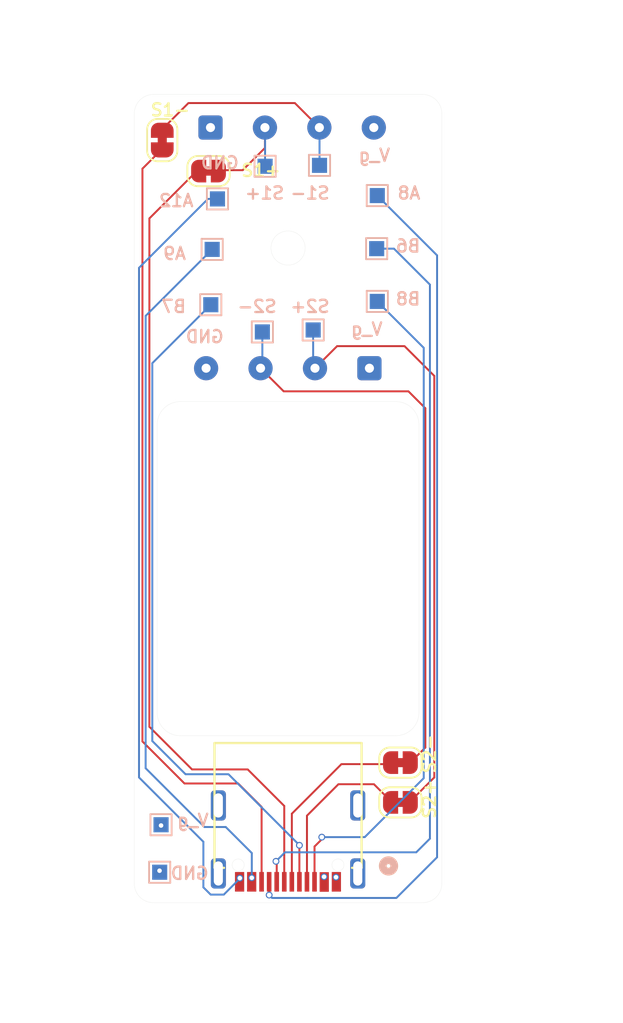
<source format=kicad_pcb>
(kicad_pcb (version 20240108) (generator "pcbnew") (generator_version "8.0")
  (title_block (rev "1"))
  (layers (0 "F.Cu" signal "Front") (1 "In1.Cu" signal) (2 "In2.Cu" signal) (31 "B.Cu" signal "Back") (34 "B.Paste" user) (35 "F.Paste" user) (36 "B.SilkS" user "B.Silkscreen") (37 "F.SilkS" user "F.Silkscreen") (38 "B.Mask" user) (39 "F.Mask" user) (44 "Edge.Cuts" user))
  (net 0 "")
  (net 1 "GNDA")
  (net 2 "S2+")
  (net 3 "S1+")
  (net 4 "Gage Excitation")
  (net 5 "S2-")
  (net 6 "S1-")
  (net 7 "Net-(J1-PadA12)")
  (net 8 "Net-(J1-PadB7)")
  (net 9 "Net-(J1-PadB8)")
  (net 10 "Net-(J1-PadB6)")
  (net 11 "Net-(J1-PadA8)")
  (net 12 "Net-(J1-PadA9)")
  (net 13 "Net-(JP1-A)")
  (net 14 "Net-(JP4-A)")
  (net 15 "Net-(JP2-A)")
  (net 16 "Net-(JP3-A)")
  (footprint "Connector_Wire:SolderWire-0.1sqmm_1x04_P3.6mm_D0.4mm_OD1mm" (layer "F.Cu") (at 5.04 2.19)
    (property "Reference" "J2" (hide yes))
    (property "Value" "Conn_01x04")
    (pad "1" thru_hole roundrect (at 0 0) (size 1.6 1.6) (drill 0.6) (layers "*.Cu" "*.Mask") (roundrect_rratio 0.15625) (net 4 "Gage Excitation"))
    (pad "2" thru_hole circle (at 3.6 0) (size 1.6 1.6) (drill 0.6) (layers "*.Cu" "*.Mask") (net 3 "S1+"))
    (pad "3" thru_hole circle (at 7.2 0) (size 1.6 1.6) (drill 0.6) (layers "*.Cu" "*.Mask") (net 6 "S1-"))
    (pad "4" thru_hole circle (at 10.8 0) (size 1.6 1.6) (drill 0.6) (layers "*.Cu" "*.Mask") (net 1 "GNDA"))
  )
  (footprint "Connector_Wire:SolderWire-0.1sqmm_1x04_P3.6mm_D0.4mm_OD1mm" (layer "F.Cu") (at 15.55 18.11 180)
    (property "Reference" "J3" (hide yes))
    (property "Value" "Conn_01x04")
    (pad "1" thru_hole roundrect (at 0 0 180) (size 1.6 1.6) (drill 0.6) (layers "*.Cu" "*.Mask") (roundrect_rratio 0.15625) (net 4 "Gage Excitation"))
    (pad "2" thru_hole circle (at 3.6 0 180) (size 1.6 1.6) (drill 0.6) (layers "*.Cu" "*.Mask") (net 2 "S2+"))
    (pad "3" thru_hole circle (at 7.2 0 180) (size 1.6 1.6) (drill 0.6) (layers "*.Cu" "*.Mask") (net 5 "S2-"))
    (pad "4" thru_hole circle (at 10.8 0 180) (size 1.6 1.6) (drill 0.6) (layers "*.Cu" "*.Mask") (net 1 "GNDA"))
  )
  (footprint "21xt_footprints:tall usb female" (layer "F.Cu") (at 10.168869 47.033 180)
    (property "Reference" "J1" (hide yes))
    (property "Value" "tall_usb_female")
    (fp_poly (pts (xy 2.9004 -5.6982) (xy 2.9004 -4.4028) (xy 3.51 -4.4028) (xy 3.51 -5.6982)) (fill solid) (layer "F.Cu"))
    (fp_poly (pts (xy 2.1004 -4.4028) (xy 2.71 -4.4028) (xy 2.71 -5.6982) (xy 2.1004 -5.6982)) (fill solid) (layer "F.Cu"))
    (fp_poly (pts (xy -2.697767 -5.71) (xy -2.697767 -4.4146) (xy -2.088167 -4.4146) (xy -2.088167 -5.71)) (fill solid) (layer "F.Cu"))
    (fp_poly (pts (xy -3.4996 -5.6982) (xy -3.4996 -4.4028) (xy -2.89 -4.4028) (xy -2.89 -5.6982)) (fill solid) (layer "F.Cu"))
    (fp_circle (center -6.6421 -4.0005) (end -6.2611 -4.0005) (stroke (width 0.508)) (fill none) (layer "B.SilkS"))
    (fp_line (start 4.8641 4.1275) (end 4.8641 -4.1275) (stroke (width 0.1524)) (layer "F.SilkS"))
    (fp_line (start 4.8641 -4.1275) (end 4.236085 -4.1275) (stroke (width 0.1524)) (layer "F.SilkS"))
    (fp_line (start -4.236085 -4.1275) (end -4.8641 -4.1275) (stroke (width 0.1524)) (layer "F.SilkS"))
    (fp_line (start -4.8641 4.1275) (end 4.8641 4.1275) (stroke (width 0.1524)) (layer "F.SilkS"))
    (fp_line (start -4.8641 -4.1275) (end -4.8641 4.1275) (stroke (width 0.1524)) (layer "F.SilkS"))
    (fp_circle (center -6.6421 -4.0005) (end -6.2611 -4.0005) (stroke (width 0.508)) (fill none) (layer "F.SilkS"))
    (fp_circle (center 3.3 -3.94) (end 3.7 -3.94) (stroke (width 0.01)) (fill none) (layer "Edge.Cuts"))
    (fp_circle (center -3.3 -3.94) (end -2.9 -3.94) (stroke (width 0.01)) (fill none) (layer "Edge.Cuts"))
    (pad "A1" smd rect (at -3.43 -5.63 180) (size 0.127 0.127) (layers "F.Cu" "F.Paste" "F.Mask") (net 1 "GNDA"))
    (pad "A4" smd rect (at -2.63 -5.64 180) (size 0.127 0.127) (layers "F.Cu" "F.Paste" "F.Mask") (net 4 "Gage Excitation"))
    (pad "A5" smd rect (at -1.250315 -5.0505 180) (size 0.3048 1.2954) (layers "F.Cu" "F.Paste" "F.Mask") (net 16 "Net-(JP3-A)") (clearance 0.05))
    (pad "A6" smd rect (at -0.250063 -5.0505 180) (size 0.3048 1.2954) (layers "F.Cu" "F.Paste" "F.Mask") (net 14 "Net-(JP4-A)") (clearance 0.05))
    (pad "A7" smd rect (at 0.250063 -5.0505 180) (size 0.3048 1.2954) (layers "F.Cu" "F.Paste" "F.Mask") (net 13 "Net-(JP1-A)") (clearance 0.05))
    (pad "A8" smd rect (at 1.250315 -5.0505 180) (size 0.3048 1.2954) (layers "F.Cu" "F.Paste" "F.Mask") (net 11 "Net-(J1-PadA8)") (clearance 0.05))
    (pad "A9" smd rect (at 2.64 -5.61 180) (size 0.127 0.127) (layers "F.Cu" "F.Paste" "F.Mask") (net 12 "Net-(J1-PadA9)"))
    (pad "A12" smd rect (at 3.43 -5.62 180) (size 0.127 0.127) (layers "F.Cu" "F.Paste" "F.Mask") (net 7 "Net-(J1-PadA12)"))
    (pad "B1" smd rect (at 2.97 -5.62 180) (size 0.127 0.127) (layers "F.Cu" "F.Paste" "F.Mask") (net 7 "Net-(J1-PadA12)"))
    (pad "B4" smd rect (at 2.17 -5.63 180) (size 0.127 0.127) (layers "F.Cu" "F.Paste" "F.Mask") (net 12 "Net-(J1-PadA9)"))
    (pad "B5" smd rect (at 1.750441 -5.0505 180) (size 0.3048 1.2954) (layers "F.Cu" "F.Paste" "F.Mask") (net 15 "Net-(JP2-A)") (clearance 0.05))
    (pad "B6" smd rect (at 0.750189 -5.0505 180) (size 0.3048 1.2954) (layers "F.Cu" "F.Paste" "F.Mask") (net 10 "Net-(J1-PadB6)") (clearance 0.05))
    (pad "B7" smd rect (at -0.750189 -5.0505 180) (size 0.3048 1.2954) (layers "F.Cu" "F.Paste" "F.Mask") (net 8 "Net-(J1-PadB7)") (clearance 0.05))
    (pad "B8" smd rect (at -1.750441 -5.0505 180) (size 0.3048 1.2954) (layers "F.Cu" "F.Paste" "F.Mask") (net 9 "Net-(J1-PadB8)") (clearance 0.05))
    (pad "B9" smd rect (at -2.16 -5.64 180) (size 0.127 0.127) (layers "F.Cu" "F.Paste" "F.Mask") (net 4 "Gage Excitation"))
    (pad "B12" smd rect (at -2.96 -5.63 180) (size 0.127 0.127) (layers "F.Cu" "F.Paste" "F.Mask") (net 1 "GNDA"))
    (pad "GND" thru_hole roundrect (at -4.61 -4.5 180) (size 1 2) (drill oval 0.6 1.6) (layers "*.Cu" "*.Mask") (net 1 "GNDA"))
    (pad "GND" thru_hole roundrect (at -4.61 0 180) (size 1 2) (drill oval 0.6 1.6) (layers "*.Cu" "*.Mask") (net 1 "GNDA"))
    (pad "GND" thru_hole roundrect (at 4.61 -4.5 180) (size 1 2) (drill oval 0.6 1.6) (layers "*.Cu" "*.Mask") (net 1 "GNDA"))
    (pad "GND" thru_hole roundrect (at 4.61 0 180) (size 1 2) (drill oval 0.6 1.6) (layers "*.Cu" "*.Mask") (net 1 "GNDA"))
  )
  (footprint "Jumper:SolderJumper-2_P1.3mm_Bridged_RoundedPad1.0x1.5mm" (layer "F.Cu") (at 1.85 3.02 90)
    (property "Reference" "JP2" (hide yes))
    (property "Value" "SolderJumper_2_Bridged")
    (fp_poly (pts (xy 0.25 -0.3) (xy -0.25 -0.3) (xy -0.25 0.3) (xy 0.25 0.3)) (fill solid) (layer "F.Cu"))
    (fp_line (start -0.7 -1) (end 0.7 -1) (stroke (width 0.12)) (layer "F.SilkS"))
    (fp_line (start 1.4 -0.3) (end 1.4 0.3) (stroke (width 0.12)) (layer "F.SilkS"))
    (fp_line (start -1.4 0.3) (end -1.4 -0.3) (stroke (width 0.12)) (layer "F.SilkS"))
    (fp_line (start 0.7 1) (end -0.7 1) (stroke (width 0.12)) (layer "F.SilkS"))
    (fp_arc (start 0.7 -1) (mid 1.194975 -0.794975) (end 1.4 -0.3) (stroke (width 0.12)) (layer "F.SilkS"))
    (fp_arc (start -1.4 -0.3) (mid -1.194975 -0.794975) (end -0.7 -1) (stroke (width 0.12)) (layer "F.SilkS"))
    (fp_arc (start 1.4 0.3) (mid 1.194975 0.794975) (end 0.7 1) (stroke (width 0.12)) (layer "F.SilkS"))
    (fp_arc (start -0.7 1) (mid -1.194975 0.794975) (end -1.4 0.3) (stroke (width 0.12)) (layer "F.SilkS"))
    (pad "1" smd custom (at -0.65 0 90) (size 1 0.5) (layers "F.Cu" "F.Mask") (net 15 "Net-(JP2-A)") (options (clearance outline) (anchor rect)) (primitives (gr_circle (center 0 0.25) (end 0.5 0.25) (width 0) (fill yes)) (gr_circle (center 0 -0.25) (end 0.5 -0.25) (width 0) (fill yes)) (gr_poly (pts (xy 0.5 0.75) (xy 0 0.75) (xy 0 -0.75) (xy 0.5 -0.75)) (width 0) (fill yes))))
    (pad "2" smd custom (at 0.65 0 90) (size 1 0.5) (layers "F.Cu" "F.Mask") (net 6 "S1-") (options (clearance outline) (anchor rect)) (primitives (gr_circle (center 0 0.25) (end 0.5 0.25) (width 0) (fill yes)) (gr_circle (center 0 -0.25) (end 0.5 -0.25) (width 0) (fill yes)) (gr_poly (pts (xy 0 0.75) (xy -0.5 0.75) (xy -0.5 -0.75) (xy 0 -0.75)) (width 0) (fill yes))))
  )
  (footprint "Jumper:SolderJumper-2_P1.3mm_Bridged_RoundedPad1.0x1.5mm" (layer "F.Cu") (at 4.91 5.07)
    (property "Reference" "JP1" (hide yes))
    (property "Value" "SolderJumper_2_Bridged")
    (fp_poly (pts (xy 0.25 -0.3) (xy -0.25 -0.3) (xy -0.25 0.3) (xy 0.25 0.3)) (fill solid) (layer "F.Cu"))
    (fp_line (start -1.4 0.3) (end -1.4 -0.3) (stroke (width 0.12)) (layer "F.SilkS"))
    (fp_line (start -0.7 -1) (end 0.7 -1) (stroke (width 0.12)) (layer "F.SilkS"))
    (fp_line (start 0.7 1) (end -0.7 1) (stroke (width 0.12)) (layer "F.SilkS"))
    (fp_line (start 1.4 -0.3) (end 1.4 0.3) (stroke (width 0.12)) (layer "F.SilkS"))
    (fp_arc (start -1.4 -0.3) (mid -1.194975 -0.794975) (end -0.7 -1) (stroke (width 0.12)) (layer "F.SilkS"))
    (fp_arc (start -0.7 1) (mid -1.194975 0.794975) (end -1.4 0.3) (stroke (width 0.12)) (layer "F.SilkS"))
    (fp_arc (start 0.7 -1) (mid 1.194975 -0.794975) (end 1.4 -0.3) (stroke (width 0.12)) (layer "F.SilkS"))
    (fp_arc (start 1.4 0.3) (mid 1.194975 0.794975) (end 0.7 1) (stroke (width 0.12)) (layer "F.SilkS"))
    (pad "1" smd custom (at -0.65 0) (size 1 0.5) (layers "F.Cu" "F.Mask") (net 13 "Net-(JP1-A)") (options (clearance outline) (anchor rect)) (primitives (gr_circle (center 0 0.25) (end 0.5 0.25) (width 0) (fill yes)) (gr_circle (center 0 -0.25) (end 0.5 -0.25) (width 0) (fill yes)) (gr_poly (pts (xy 0.5 0.75) (xy 0 0.75) (xy 0 -0.75) (xy 0.5 -0.75)) (width 0) (fill yes))))
    (pad "2" smd custom (at 0.65 0) (size 1 0.5) (layers "F.Cu" "F.Mask") (net 3 "S1+") (options (clearance outline) (anchor rect)) (primitives (gr_circle (center 0 0.25) (end 0.5 0.25) (width 0) (fill yes)) (gr_circle (center 0 -0.25) (end 0.5 -0.25) (width 0) (fill yes)) (gr_poly (pts (xy 0 0.75) (xy -0.5 0.75) (xy -0.5 -0.75) (xy 0 -0.75)) (width 0) (fill yes))))
  )
  (footprint "Jumper:SolderJumper-2_P1.3mm_Bridged_RoundedPad1.0x1.5mm" (layer "F.Cu") (at 17.6 44.2)
    (property "Reference" "JP4" (hide yes))
    (property "Value" "SolderJumper_2_Bridged")
    (fp_poly (pts (xy 0.25 -0.3) (xy -0.25 -0.3) (xy -0.25 0.3) (xy 0.25 0.3)) (fill solid) (layer "F.Cu"))
    (fp_line (start -1.4 0.3) (end -1.4 -0.3) (stroke (width 0.12)) (layer "F.SilkS"))
    (fp_line (start -0.7 -1) (end 0.7 -1) (stroke (width 0.12)) (layer "F.SilkS"))
    (fp_line (start 0.7 1) (end -0.7 1) (stroke (width 0.12)) (layer "F.SilkS"))
    (fp_line (start 1.4 -0.3) (end 1.4 0.3) (stroke (width 0.12)) (layer "F.SilkS"))
    (fp_arc (start -1.4 -0.3) (mid -1.194975 -0.794975) (end -0.7 -1) (stroke (width 0.12)) (layer "F.SilkS"))
    (fp_arc (start -0.7 1) (mid -1.194975 0.794975) (end -1.4 0.3) (stroke (width 0.12)) (layer "F.SilkS"))
    (fp_arc (start 0.7 -1) (mid 1.194975 -0.794975) (end 1.4 -0.3) (stroke (width 0.12)) (layer "F.SilkS"))
    (fp_arc (start 1.4 0.3) (mid 1.194975 0.794975) (end 0.7 1) (stroke (width 0.12)) (layer "F.SilkS"))
    (pad "1" smd custom (at -0.65 0) (size 1 0.5) (layers "F.Cu" "F.Mask") (net 14 "Net-(JP4-A)") (options (clearance outline) (anchor rect)) (primitives (gr_circle (center 0 0.25) (end 0.5 0.25) (width 0) (fill yes)) (gr_circle (center 0 -0.25) (end 0.5 -0.25) (width 0) (fill yes)) (gr_poly (pts (xy 0.5 0.75) (xy 0 0.75) (xy 0 -0.75) (xy 0.5 -0.75)) (width 0) (fill yes))))
    (pad "2" smd custom (at 0.65 0) (size 1 0.5) (layers "F.Cu" "F.Mask") (net 5 "S2-") (options (clearance outline) (anchor rect)) (primitives (gr_circle (center 0 0.25) (end 0.5 0.25) (width 0) (fill yes)) (gr_circle (center 0 -0.25) (end 0.5 -0.25) (width 0) (fill yes)) (gr_poly (pts (xy 0 0.75) (xy -0.5 0.75) (xy -0.5 -0.75) (xy 0 -0.75)) (width 0) (fill yes))))
  )
  (footprint "Jumper:SolderJumper-2_P1.3mm_Bridged_RoundedPad1.0x1.5mm" (layer "F.Cu") (at 17.6 46.83)
    (property "Reference" "JP3" (hide yes))
    (property "Value" "SolderJumper_2_Bridged")
    (fp_poly (pts (xy 0.25 -0.3) (xy -0.25 -0.3) (xy -0.25 0.3) (xy 0.25 0.3)) (fill solid) (layer "F.Cu"))
    (fp_line (start -1.4 0.3) (end -1.4 -0.3) (stroke (width 0.12)) (layer "F.SilkS"))
    (fp_line (start -0.7 -1) (end 0.7 -1) (stroke (width 0.12)) (layer "F.SilkS"))
    (fp_line (start 0.7 1) (end -0.7 1) (stroke (width 0.12)) (layer "F.SilkS"))
    (fp_line (start 1.4 -0.3) (end 1.4 0.3) (stroke (width 0.12)) (layer "F.SilkS"))
    (fp_arc (start -1.4 -0.3) (mid -1.194975 -0.794975) (end -0.7 -1) (stroke (width 0.12)) (layer "F.SilkS"))
    (fp_arc (start -0.7 1) (mid -1.194975 0.794975) (end -1.4 0.3) (stroke (width 0.12)) (layer "F.SilkS"))
    (fp_arc (start 0.7 -1) (mid 1.194975 -0.794975) (end 1.4 -0.3) (stroke (width 0.12)) (layer "F.SilkS"))
    (fp_arc (start 1.4 0.3) (mid 1.194975 0.794975) (end 0.7 1) (stroke (width 0.12)) (layer "F.SilkS"))
    (pad "1" smd custom (at -0.65 0) (size 1 0.5) (layers "F.Cu" "F.Mask") (net 16 "Net-(JP3-A)") (options (clearance outline) (anchor rect)) (primitives (gr_circle (center 0 0.25) (end 0.5 0.25) (width 0) (fill yes)) (gr_circle (center 0 -0.25) (end 0.5 -0.25) (width 0) (fill yes)) (gr_poly (pts (xy 0.5 0.75) (xy 0 0.75) (xy 0 -0.75) (xy 0.5 -0.75)) (width 0) (fill yes))))
    (pad "2" smd custom (at 0.65 0) (size 1 0.5) (layers "F.Cu" "F.Mask") (net 2 "S2+") (options (clearance outline) (anchor rect)) (primitives (gr_circle (center 0 0.25) (end 0.5 0.25) (width 0) (fill yes)) (gr_circle (center 0 -0.25) (end 0.5 -0.25) (width 0) (fill yes)) (gr_poly (pts (xy 0 0.75) (xy -0.5 0.75) (xy -0.5 -0.75) (xy 0 -0.75)) (width 0) (fill yes))))
  )
  (footprint "TestPoint:TestPoint_Pad_1.0x1.0mm" (layer "B.Cu") (at 5.15 10.25 180)
    (property "Reference" "TP11" (hide yes))
    (property "Value" "TestPoint")
    (fp_line (start 0.7 0.7) (end -0.7 0.7) (stroke (width 0.12)) (layer "B.SilkS"))
    (fp_line (start 0.7 -0.7) (end 0.7 0.7) (stroke (width 0.12)) (layer "B.SilkS"))
    (fp_line (start -0.7 0.7) (end -0.7 -0.7) (stroke (width 0.12)) (layer "B.SilkS"))
    (fp_line (start -0.7 -0.7) (end 0.7 -0.7) (stroke (width 0.12)) (layer "B.SilkS"))
    (pad "1" smd rect (at 0 0 180) (size 1 1) (layers "B.Cu" "B.Mask") (net 12 "Net-(J1-PadA9)"))
  )
  (footprint "TestPoint:TestPoint_Pad_1.0x1.0mm" (layer "B.Cu") (at 1.68 51.45 180)
    (property "Reference" "TP1" (hide yes))
    (property "Value" "TestPoint")
    (fp_line (start 0.7 0.7) (end -0.7 0.7) (stroke (width 0.12)) (layer "B.SilkS"))
    (fp_line (start 0.7 -0.7) (end 0.7 0.7) (stroke (width 0.12)) (layer "B.SilkS"))
    (fp_line (start -0.7 0.7) (end -0.7 -0.7) (stroke (width 0.12)) (layer "B.SilkS"))
    (fp_line (start -0.7 -0.7) (end 0.7 -0.7) (stroke (width 0.12)) (layer "B.SilkS"))
    (pad "1" smd rect (at 0 0 180) (size 1 1) (layers "B.Cu" "B.Mask") (net 1 "GNDA"))
  )
  (footprint "TestPoint:TestPoint_Pad_1.0x1.0mm" (layer "B.Cu") (at 12.25 4.69 180)
    (property "Reference" "TP3" (hide yes))
    (property "Value" "TestPoint")
    (fp_line (start 0.7 0.7) (end -0.7 0.7) (stroke (width 0.12)) (layer "B.SilkS"))
    (fp_line (start 0.7 -0.7) (end 0.7 0.7) (stroke (width 0.12)) (layer "B.SilkS"))
    (fp_line (start -0.7 0.7) (end -0.7 -0.7) (stroke (width 0.12)) (layer "B.SilkS"))
    (fp_line (start -0.7 -0.7) (end 0.7 -0.7) (stroke (width 0.12)) (layer "B.SilkS"))
    (pad "1" smd rect (at 0 0 180) (size 1 1) (layers "B.Cu" "B.Mask") (net 6 "S1-"))
  )
  (footprint "TestPoint:TestPoint_Pad_1.0x1.0mm" (layer "B.Cu") (at 8.47 15.71 90)
    (property "Reference" "TP5" (hide yes))
    (property "Value" "TestPoint")
    (fp_line (start 0.7 -0.7) (end 0.7 0.7) (stroke (width 0.12)) (layer "B.SilkS"))
    (fp_line (start -0.7 -0.7) (end 0.7 -0.7) (stroke (width 0.12)) (layer "B.SilkS"))
    (fp_line (start 0.7 0.7) (end -0.7 0.7) (stroke (width 0.12)) (layer "B.SilkS"))
    (fp_line (start -0.7 0.7) (end -0.7 -0.7) (stroke (width 0.12)) (layer "B.SilkS"))
    (pad "1" smd rect (at 0 0 90) (size 1 1) (layers "B.Cu" "B.Mask") (net 5 "S2-"))
  )
  (footprint "TestPoint:TestPoint_Pad_1.0x1.0mm" (layer "B.Cu") (at 16.07 6.69 180)
    (property "Reference" "TP10" (hide yes))
    (property "Value" "TestPoint")
    (fp_line (start 0.7 0.7) (end -0.7 0.7) (stroke (width 0.12)) (layer "B.SilkS"))
    (fp_line (start 0.7 -0.7) (end 0.7 0.7) (stroke (width 0.12)) (layer "B.SilkS"))
    (fp_line (start -0.7 0.7) (end -0.7 -0.7) (stroke (width 0.12)) (layer "B.SilkS"))
    (fp_line (start -0.7 -0.7) (end 0.7 -0.7) (stroke (width 0.12)) (layer "B.SilkS"))
    (pad "1" smd rect (at 0 0 180) (size 1 1) (layers "B.Cu" "B.Mask") (net 11 "Net-(J1-PadA8)"))
  )
  (footprint "TestPoint:TestPoint_Pad_1.0x1.0mm" (layer "B.Cu") (at 5.5 6.91 180)
    (property "Reference" "TP12" (hide yes))
    (property "Value" "TestPoint")
    (fp_line (start 0.7 0.7) (end -0.7 0.7) (stroke (width 0.12)) (layer "B.SilkS"))
    (fp_line (start 0.7 -0.7) (end 0.7 0.7) (stroke (width 0.12)) (layer "B.SilkS"))
    (fp_line (start -0.7 0.7) (end -0.7 -0.7) (stroke (width 0.12)) (layer "B.SilkS"))
    (fp_line (start -0.7 -0.7) (end 0.7 -0.7) (stroke (width 0.12)) (layer "B.SilkS"))
    (pad "1" smd rect (at 0 0 180) (size 1 1) (layers "B.Cu" "B.Mask") (net 7 "Net-(J1-PadA12)"))
  )
  (footprint "TestPoint:TestPoint_Pad_1.0x1.0mm" (layer "B.Cu") (at 16.03 10.2 180)
    (property "Reference" "TP9" (hide yes))
    (property "Value" "TestPoint")
    (fp_line (start 0.7 0.7) (end -0.7 0.7) (stroke (width 0.12)) (layer "B.SilkS"))
    (fp_line (start 0.7 -0.7) (end 0.7 0.7) (stroke (width 0.12)) (layer "B.SilkS"))
    (fp_line (start -0.7 0.7) (end -0.7 -0.7) (stroke (width 0.12)) (layer "B.SilkS"))
    (fp_line (start -0.7 -0.7) (end 0.7 -0.7) (stroke (width 0.12)) (layer "B.SilkS"))
    (pad "1" smd rect (at 0 0 180) (size 1 1) (layers "B.Cu" "B.Mask") (net 10 "Net-(J1-PadB6)"))
  )
  (footprint "TestPoint:TestPoint_Pad_1.0x1.0mm" (layer "B.Cu") (at 1.77 48.31 180)
    (property "Reference" "TP2" (hide yes))
    (property "Value" "TestPoint")
    (fp_line (start 0.7 0.7) (end -0.7 0.7) (stroke (width 0.12)) (layer "B.SilkS"))
    (fp_line (start 0.7 -0.7) (end 0.7 0.7) (stroke (width 0.12)) (layer "B.SilkS"))
    (fp_line (start -0.7 0.7) (end -0.7 -0.7) (stroke (width 0.12)) (layer "B.SilkS"))
    (fp_line (start -0.7 -0.7) (end 0.7 -0.7) (stroke (width 0.12)) (layer "B.SilkS"))
    (pad "1" smd rect (at 0 0 180) (size 1 1) (layers "B.Cu" "B.Mask") (net 4 "Gage Excitation"))
  )
  (footprint "TestPoint:TestPoint_Pad_1.0x1.0mm" (layer "B.Cu") (at 11.83 15.58 90)
    (property "Reference" "TP6" (hide yes))
    (property "Value" "TestPoint")
    (fp_line (start 0.7 -0.7) (end 0.7 0.7) (stroke (width 0.12)) (layer "B.SilkS"))
    (fp_line (start -0.7 -0.7) (end 0.7 -0.7) (stroke (width 0.12)) (layer "B.SilkS"))
    (fp_line (start 0.7 0.7) (end -0.7 0.7) (stroke (width 0.12)) (layer "B.SilkS"))
    (fp_line (start -0.7 0.7) (end -0.7 -0.7) (stroke (width 0.12)) (layer "B.SilkS"))
    (pad "1" smd rect (at 0 0 90) (size 1 1) (layers "B.Cu" "B.Mask") (net 2 "S2+"))
  )
  (footprint "TestPoint:TestPoint_Pad_1.0x1.0mm" (layer "B.Cu") (at 8.65 4.75 180)
    (property "Reference" "TP4" (hide yes))
    (property "Value" "TestPoint")
    (fp_line (start 0.7 0.7) (end -0.7 0.7) (stroke (width 0.12)) (layer "B.SilkS"))
    (fp_line (start 0.7 -0.7) (end 0.7 0.7) (stroke (width 0.12)) (layer "B.SilkS"))
    (fp_line (start -0.7 0.7) (end -0.7 -0.7) (stroke (width 0.12)) (layer "B.SilkS"))
    (fp_line (start -0.7 -0.7) (end 0.7 -0.7) (stroke (width 0.12)) (layer "B.SilkS"))
    (pad "1" smd rect (at 0 0 180) (size 1 1) (layers "B.Cu" "B.Mask") (net 3 "S1+"))
  )
  (footprint "TestPoint:TestPoint_Pad_1.0x1.0mm" (layer "B.Cu") (at 5.06 13.91 180)
    (property "Reference" "TP8" (hide yes))
    (property "Value" "TestPoint")
    (fp_line (start 0.7 0.7) (end -0.7 0.7) (stroke (width 0.12)) (layer "B.SilkS"))
    (fp_line (start 0.7 -0.7) (end 0.7 0.7) (stroke (width 0.12)) (layer "B.SilkS"))
    (fp_line (start -0.7 0.7) (end -0.7 -0.7) (stroke (width 0.12)) (layer "B.SilkS"))
    (fp_line (start -0.7 -0.7) (end 0.7 -0.7) (stroke (width 0.12)) (layer "B.SilkS"))
    (pad "1" smd rect (at 0 0 180) (size 1 1) (layers "B.Cu" "B.Mask") (net 8 "Net-(J1-PadB7)"))
  )
  (footprint "TestPoint:TestPoint_Pad_1.0x1.0mm" (layer "B.Cu") (at 16.07 13.69 180)
    (property "Reference" "TP7" (hide yes))
    (property "Value" "TestPoint")
    (fp_line (start 0.7 0.7) (end -0.7 0.7) (stroke (width 0.12)) (layer "B.SilkS"))
    (fp_line (start 0.7 -0.7) (end 0.7 0.7) (stroke (width 0.12)) (layer "B.SilkS"))
    (fp_line (start -0.7 0.7) (end -0.7 -0.7) (stroke (width 0.12)) (layer "B.SilkS"))
    (fp_line (start -0.7 -0.7) (end 0.7 -0.7) (stroke (width 0.12)) (layer "B.SilkS"))
    (pad "1" smd rect (at 0 0 180) (size 1 1) (layers "B.Cu" "B.Mask") (net 9 "Net-(J1-PadB8)"))
  )
  (gr_arc (start 17.3 20.32) (mid 18.37813 20.766162) (end 18.825 21.844) (stroke (width 0.01)) (layer "Edge.Cuts"))
  (gr_arc (start 20.337738 52.197) (mid 19.965764 53.095025) (end 19.067739 53.467) (stroke (width 0.01)) (layer "Edge.Cuts"))
  (gr_line (start 18.825 21.844) (end 18.824276 40.894) (stroke (width 0.01)) (layer "Edge.Cuts"))
  (gr_line (start 3.037465 20.32) (end 17.3 20.32) (stroke (width 0.01)) (layer "Edge.Cuts"))
  (gr_arc (start 19.067739 0) (mid 19.965764 0.371974) (end 20.337739 1.27) (stroke (width 0.01)) (layer "Edge.Cuts"))
  (gr_circle (center 10.168869 10.16) (end 11.299169 10.16) (stroke (width 0.01)) (fill none) (layer "Edge.Cuts"))
  (gr_arc (start 0 1.269999) (mid 0.371974 0.371974) (end 1.269999 0) (stroke (width 0.01)) (layer "Edge.Cuts"))
  (gr_arc (start 18.824276 40.894) (mid 18.37627 41.973267) (end 17.29565 42.418) (stroke (width 0.01)) (layer "Edge.Cuts"))
  (gr_line (start 0 1.269999) (end 0 52.197001) (stroke (width 0.01)) (layer "Edge.Cuts"))
  (gr_line (start 1.269999 0) (end 19.067739 0) (stroke (width 0.01)) (layer "Edge.Cuts"))
  (gr_line (start 1.513462 40.893997) (end 1.513462 21.844003) (stroke (width 0.01)) (layer "Edge.Cuts"))
  (gr_line (start 19.067739 53.467) (end 1.269999 53.467) (stroke (width 0.01)) (layer "Edge.Cuts"))
  (gr_arc (start 1.269999 53.467) (mid 0.371973 53.095026) (end 0 52.197001) (stroke (width 0.01)) (layer "Edge.Cuts"))
  (gr_line (start 20.337739 1.27) (end 20.337739 52.197) (stroke (width 0.01)) (layer "Edge.Cuts"))
  (gr_line (start 17.29565 42.418) (end 3.037465 42.418) (stroke (width 0.01)) (layer "Edge.Cuts"))
  (gr_arc (start 3.037465 42.418) (mid 1.959832 41.97163) (end 1.513462 40.893997) (stroke (width 0.01)) (layer "Edge.Cuts"))
  (gr_arc (start 1.513462 21.844003) (mid 1.959832 20.76637) (end 3.037465 20.32) (stroke (width 0.01)) (layer "Edge.Cuts"))
  (gr_text "B6" (at 19 10.5 0) (layer "B.SilkS") (effects (font (size 0.8128 0.8128) (thickness 0.1524) (bold yes)) (justify left bottom mirror)))
  (gr_text "GND" (at 6 16.5 0) (layer "B.SilkS") (effects (font (size 0.8128 0.8128) (thickness 0.1524) (bold yes)) (justify left bottom mirror)))
  (gr_text "B8" (at 19 14 0) (layer "B.SilkS") (effects (font (size 0.8128 0.8128) (thickness 0.1524) (bold yes)) (justify left bottom mirror)))
  (gr_text "S1+" (at 10 7 0) (layer "B.SilkS") (effects (font (size 0.8128 0.8128) (thickness 0.1524) (bold yes)) (justify left bottom mirror)))
  (gr_text "V_g" (at 16.5 16 0) (layer "B.SilkS") (effects (font (size 0.8128 0.8128) (thickness 0.1524) (bold yes)) (justify left bottom mirror)))
  (gr_text "S1-" (at 13 7 0) (layer "B.SilkS") (effects (font (size 0.8128 0.8128) (thickness 0.1524) (bold yes)) (justify left bottom mirror)))
  (gr_text "A9" (at 3.5 11 0) (layer "B.SilkS") (effects (font (size 0.8128 0.8128) (thickness 0.1524) (bold yes)) (justify left bottom mirror)))
  (gr_text "GND" (at 7 5 0) (layer "B.SilkS") (effects (font (size 0.8128 0.8128) (thickness 0.1524) (bold yes)) (justify left bottom mirror)))
  (gr_text "V_g" (at 5 48.5 0) (layer "B.SilkS") (effects (font (size 0.8128 0.8128) (thickness 0.1524) (bold yes)) (justify left bottom mirror)))
  (gr_text "A12" (at 4 7.5 0) (layer "B.SilkS") (effects (font (size 0.8128 0.8128) (thickness 0.1524) (bold yes)) (justify left bottom mirror)))
  (gr_text "B7" (at 3.5 14.5 0) (layer "B.SilkS") (effects (font (size 0.8128 0.8128) (thickness 0.1524) (bold yes)) (justify left bottom mirror)))
  (gr_text "S2+" (at 13 14.5 0) (layer "B.SilkS") (effects (font (size 0.8128 0.8128) (thickness 0.1524) (bold yes)) (justify left bottom mirror)))
  (gr_text "GND" (at 5 52 0) (layer "B.SilkS") (effects (font (size 0.8128 0.8128) (thickness 0.1524) (bold yes)) (justify left bottom mirror)))
  (gr_text "A8" (at 19 7 0) (layer "B.SilkS") (effects (font (size 0.8128 0.8128) (thickness 0.1524) (bold yes)) (justify left bottom mirror)))
  (gr_text "V_g" (at 17 4.5 0) (layer "B.SilkS") (effects (font (size 0.8128 0.8128) (thickness 0.1524) (bold yes)) (justify left bottom mirror)))
  (gr_text "S2-" (at 9.5 14.5 0) (layer "B.SilkS") (effects (font (size 0.8128 0.8128) (thickness 0.1524) (bold yes)) (justify left bottom mirror)))
  (gr_text "S2-" (at 20 45 90) (layer "F.SilkS") (effects (font (size 0.8128 0.8128) (thickness 0.1524) (bold yes)) (justify left bottom)))
  (gr_text "S2+" (at 20 48 90) (layer "F.SilkS") (effects (font (size 0.8128 0.8128) (thickness 0.1524) (bold yes)) (justify left bottom)))
  (gr_text "S1+" (at 7 5.5 0) (layer "F.SilkS") (effects (font (size 0.8128 0.8128) (thickness 0.1524) (bold yes)) (justify left bottom)))
  (gr_text "S1-" (at 1 1.5 0) (layer "F.SilkS") (effects (font (size 0.8128 0.8128) (thickness 0.1524) (bold yes)) (justify left bottom)))
  (via (at 1.67 51.35) (size 0.45) (drill 0.3) (layers "F.Cu" "B.Cu") (net 1))
  (via (at 13.34 51.78) (size 0.45) (drill 0.3) (layers "F.Cu" "B.Cu") (net 1))
  (segment (start 17.87 16.65) (end 13.41 16.65) (width 0.127) (layer "F.Cu") (net 2))
  (segment (start 19.84 45.18) (end 19.84 18.62) (width 0.127) (layer "F.Cu") (net 2))
  (segment (start 18.27 46.75) (end 19.84 45.18) (width 0.127) (layer "F.Cu") (net 2))
  (segment (start 13.41 16.65) (end 11.95 18.11) (width 0.127) (layer "F.Cu") (net 2))
  (segment (start 19.84 18.62) (end 17.87 16.65) (width 0.127) (layer "F.Cu") (net 2))
  (segment (start 11.83 15.58) (end 11.83 17.99) (width 0.127) (layer "B.Cu") (net 2))
  (segment (start 11.83 17.99) (end 11.95 18.11) (width 0.127) (layer "B.Cu") (net 2))
  (segment (start 8.64 3.54) (end 8.64 2.19) (width 0.127) (layer "F.Cu") (net 3))
  (segment (start 7.17 5.01) (end 8.64 3.54) (width 0.127) (layer "F.Cu") (net 3))
  (segment (start 5.49 5.01) (end 7.17 5.01) (width 0.127) (layer "F.Cu") (net 3))
  (segment (start 8.65 4.75) (end 8.65 2.2) (width 0.127) (layer "B.Cu") (net 3))
  (segment (start 8.65 2.2) (end 8.64 2.19) (width 0.127) (layer "B.Cu") (net 3))
  (via (at 12.55 51.75) (size 0.45) (drill 0.3) (layers "F.Cu" "B.Cu") (net 4))
  (via (at 1.77 48.36) (size 0.45) (drill 0.3) (layers "F.Cu" "B.Cu") (net 4))
  (segment (start 19.25 20.76) (end 18.13 19.64) (width 0.127) (layer "F.Cu") (net 5))
  (segment (start 9.88 19.64) (end 8.35 18.11) (width 0.127) (layer "F.Cu") (net 5))
  (segment (start 19.25 43.2) (end 19.25 20.76) (width 0.127) (layer "F.Cu") (net 5))
  (segment (start 18.13 19.64) (end 9.88 19.64) (width 0.127) (layer "F.Cu") (net 5))
  (segment (start 18.3 44.15) (end 19.25 43.2) (width 0.127) (layer "F.Cu") (net 5))
  (segment (start 8.47 15.71) (end 8.47 17.99) (width 0.127) (layer "B.Cu") (net 5))
  (segment (start 8.47 17.99) (end 8.35 18.11) (width 0.127) (layer "B.Cu") (net 5))
  (segment (start 3.58 0.57) (end 1.81 2.34) (width 0.127) (layer "F.Cu") (net 6))
  (segment (start 12.24 2.19) (end 10.62 0.57) (width 0.127) (layer "F.Cu") (net 6))
  (segment (start 10.62 0.57) (end 3.58 0.57) (width 0.127) (layer "F.Cu") (net 6))
  (segment (start 12.25 2.2) (end 12.24 2.19) (width 0.127) (layer "B.Cu") (net 6))
  (segment (start 12.25 4.69) (end 12.25 2.2) (width 0.127) (layer "B.Cu") (net 6))
  (via (at 6.98 51.84) (size 0.45) (drill 0.3) (layers "F.Cu" "B.Cu") (net 7))
  (segment (start 6.98 51.79) (end 6.96 51.81) (width 0.127) (layer "B.Cu") (net 7))
  (segment (start 5.92 52.93) (end 6.98 51.87) (width 0.127) (layer "B.Cu") (net 7))
  (segment (start 6.98 51.84) (end 6.98 51.79) (width 0.127) (layer "B.Cu") (net 7))
  (segment (start 0.3135 45.18) (end 4.57 49.4365) (width 0.127) (layer "B.Cu") (net 7))
  (segment (start 0.3135 11.4695) (end 0.3135 45.18) (width 0.127) (layer "B.Cu") (net 7))
  (segment (start 6.98 51.87) (end 6.98 51.84) (width 0.127) (layer "B.Cu") (net 7))
  (segment (start 4.873 6.91) (end 0.3135 11.4695) (width 0.127) (layer "B.Cu") (net 7))
  (segment (start 4.57 49.4365) (end 4.57 52.45) (width 0.127) (layer "B.Cu") (net 7))
  (segment (start 5.5 6.91) (end 4.873 6.91) (width 0.127) (layer "B.Cu") (net 7))
  (segment (start 5.05 52.93) (end 5.92 52.93) (width 0.127) (layer "B.Cu") (net 7))
  (segment (start 4.57 52.45) (end 5.05 52.93) (width 0.127) (layer "B.Cu") (net 7))
  (segment (start 10.919058 52.0835) (end 10.919058 49.670942) (width 0.127) (layer "F.Cu") (net 8))
  (segment (start 10.919058 49.670942) (end 10.92 49.67) (width 0.127) (layer "F.Cu") (net 8))
  (via (at 10.92 49.67) (size 0.45) (drill 0.3) (layers "F.Cu" "B.Cu") (net 8))
  (segment (start 6.23 44.97) (end 10.92 49.66) (width 0.127) (layer "B.Cu") (net 8))
  (segment (start 5.06 13.91) (end 1.192568 17.777432) (width 0.127) (layer "B.Cu") (net 8))
  (segment (start 3.39 44.97) (end 6.23 44.97) (width 0.127) (layer "B.Cu") (net 8))
  (segment (start 10.92 49.66) (end 10.92 49.67) (width 0.127) (layer "B.Cu") (net 8))
  (segment (start 1.192568 42.772568) (end 3.39 44.97) (width 0.127) (layer "B.Cu") (net 8))
  (segment (start 1.192568 17.777432) (end 1.192568 42.772568) (width 0.127) (layer "B.Cu") (net 8))
  (segment (start 10.93 49.67) (end 10.93 49.67) (width 0.127) (layer "B.Cu") (net 8))
  (segment (start 10.92 49.67) (end 10.93 49.67) (width 0.127) (layer "B.Cu") (net 8))
  (segment (start 12.4 49.13) (end 12.4 49.27) (width 0.127) (layer "F.Cu") (net 9))
  (segment (start 12.4 49.27) (end 11.91931 49.75069) (width 0.127) (layer "F.Cu") (net 9))
  (segment (start 11.91931 49.75069) (end 11.91931 52.0835) (width 0.127) (layer "F.Cu") (net 9))
  (via (at 12.4 49.13) (size 0.45) (drill 0.3) (layers "F.Cu" "B.Cu") (net 9))
  (segment (start 16.07 13.69) (end 19.140061 16.760061) (width 0.127) (layer "B.Cu") (net 9))
  (segment (start 19.140061 45.229939) (end 15.24 49.13) (width 0.127) (layer "B.Cu") (net 9))
  (segment (start 19.140061 16.760061) (end 19.140061 45.229939) (width 0.127) (layer "B.Cu") (net 9))
  (segment (start 15.24 49.13) (end 12.4 49.13) (width 0.127) (layer "B.Cu") (net 9))
  (segment (start 9.41868 50.77868) (end 9.41868 52.0835) (width 0.127) (layer "F.Cu") (net 10))
  (segment (start 9.37 50.73) (end 9.41868 50.77868) (width 0.127) (layer "F.Cu") (net 10))
  (via (at 9.37 50.73) (size 0.45) (drill 0.3) (layers "F.Cu" "B.Cu") (net 10))
  (segment (start 17.17 10.2) (end 19.55 12.58) (width 0.127) (layer "B.Cu") (net 10))
  (segment (start 9.9665 50.1335) (end 9.37 50.73) (width 0.127) (layer "B.Cu") (net 10))
  (segment (start 16.03 10.2) (end 17.17 10.2) (width 0.127) (layer "B.Cu") (net 10))
  (segment (start 18.646739 50.1335) (end 9.9665 50.1335) (width 0.127) (layer "B.Cu") (net 10))
  (segment (start 19.55 12.58) (end 19.55 49.230239) (width 0.127) (layer "B.Cu") (net 10))
  (segment (start 19.55 49.230239) (end 18.646739 50.1335) (width 0.127) (layer "B.Cu") (net 10))
  (segment (start 8.92 52.96) (end 8.92 52.084946) (width 0.127) (layer "F.Cu") (net 11))
  (segment (start 8.92 52.084946) (end 8.918554 52.0835) (width 0.127) (layer "F.Cu") (net 11))
  (via (at 8.92 52.96) (size 0.45) (drill 0.3) (layers "F.Cu" "B.Cu") (net 11))
  (segment (start 16.07 6.69) (end 20.024239 10.644239) (width 0.127) (layer "B.Cu") (net 11))
  (segment (start 17.330739 53.1535) (end 11.4465 53.1535) (width 0.127) (layer "B.Cu") (net 11))
  (segment (start 20.024239 50.46) (end 17.330739 53.1535) (width 0.127) (layer "B.Cu") (net 11))
  (segment (start 11.4465 53.1535) (end 9.1135 53.1535) (width 0.127) (layer "B.Cu") (net 11))
  (segment (start 20.024239 10.644239) (end 20.024239 50.46) (width 0.127) (layer "B.Cu") (net 11))
  (segment (start 9.1135 53.1535) (end 8.92 52.96) (width 0.127) (layer "B.Cu") (net 11))
  (via (at 7.77 51.82) (size 0.45) (drill 0.3) (layers "F.Cu" "B.Cu") (net 12))
  (segment (start 7.77 51.82) (end 7.78 51.8) (width 0.127) (layer "B.Cu") (net 12))
  (segment (start 7.77 50.18) (end 7.77 51.82) (width 0.127) (layer "B.Cu") (net 12))
  (segment (start 0.75 14.65) (end 0.75 44.57) (width 0.127) (layer "B.Cu") (net 12))
  (segment (start 6.05 48.46) (end 7.77 50.18) (width 0.127) (layer "B.Cu") (net 12))
  (segment (start 5.15 10.25) (end 0.75 14.65) (width 0.127) (layer "B.Cu") (net 12))
  (segment (start 4.64 48.46) (end 6.05 48.46) (width 0.127) (layer "B.Cu") (net 12))
  (segment (start 0.75 44.57) (end 4.64 48.46) (width 0.127) (layer "B.Cu") (net 12))
  (segment (start 7.5 44.65) (end 9.918806 47.068806) (width 0.127) (layer "F.Cu") (net 13))
  (segment (start 4.19 5.01) (end 1 8.2) (width 0.127) (layer "F.Cu") (net 13))
  (segment (start 1 41.83) (end 3.82 44.65) (width 0.127) (layer "F.Cu") (net 13))
  (segment (start 9.918806 47.068806) (end 9.918806 52.0835) (width 0.127) (layer "F.Cu") (net 13))
  (segment (start 1 8.2) (end 1 41.83) (width 0.127) (layer "F.Cu") (net 13))
  (segment (start 3.82 44.65) (end 7.5 44.65) (width 0.127) (layer "F.Cu") (net 13))
  (segment (start 17 44.15) (end 16.85 44.3) (width 0.127) (layer "F.Cu") (net 14))
  (segment (start 10.418932 47.581068) (end 10.418932 52.0835) (width 0.127) (layer "F.Cu") (net 14))
  (segment (start 13.7 44.3) (end 10.418932 47.581068) (width 0.127) (layer "F.Cu") (net 14))
  (segment (start 16.85 44.3) (end 13.7 44.3) (width 0.127) (layer "F.Cu") (net 14))
  (segment (start 0.54 4.91) (end 1.81 3.64) (width 0.127) (layer "F.Cu") (net 15))
  (segment (start 6.87 45.58) (end 3.32 45.58) (width 0.127) (layer "F.Cu") (net 15))
  (segment (start 0.54 42.8) (end 0.54 4.91) (width 0.127) (layer "F.Cu") (net 15))
  (segment (start 3.32 45.58) (end 0.54 42.8) (width 0.127) (layer "F.Cu") (net 15))
  (segment (start 8.418428 52.0835) (end 8.418428 47.128428) (width 0.127) (layer "F.Cu") (net 15))
  (segment (start 8.418428 47.128428) (end 6.87 45.58) (width 0.127) (layer "F.Cu") (net 15))
  (segment (start 15.85 45.63) (end 13.5 45.63) (width 0.127) (layer "F.Cu") (net 16))
  (segment (start 11.419184 47.710816) (end 11.419184 52.0835) (width 0.127) (layer "F.Cu") (net 16))
  (segment (start 13.5 45.63) (end 11.419184 47.710816) (width 0.127) (layer "F.Cu") (net 16))
  (segment (start 16.97 46.75) (end 15.85 45.63) (width 0.127) (layer "F.Cu") (net 16))
)
</source>
